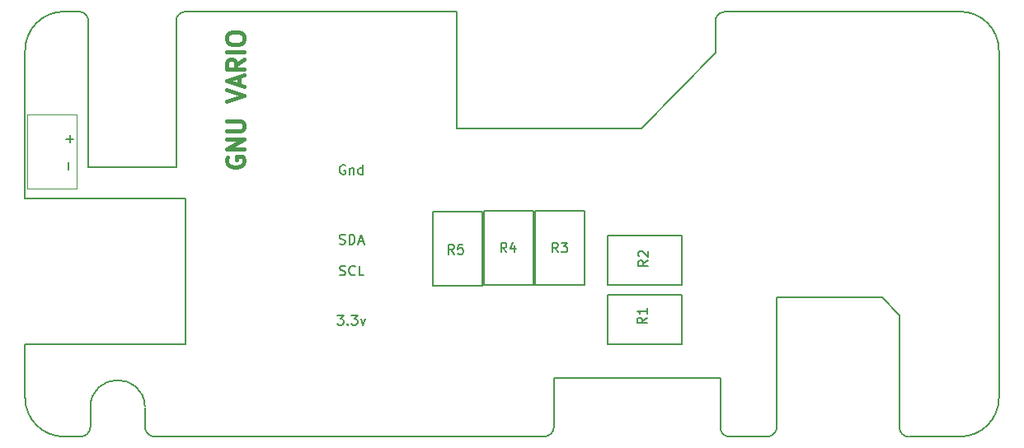
<source format=gto>
%TF.GenerationSoftware,KiCad,Pcbnew,(5.0.0)*%
%TF.CreationDate,2019-07-02T00:18:45+02:00*%
%TF.ProjectId,Gnu vario V1.9,476E7520766172696F2056312E392E6B,V 1.4*%
%TF.SameCoordinates,Original*%
%TF.FileFunction,Legend,Top*%
%TF.FilePolarity,Positive*%
%FSLAX46Y46*%
G04 Gerber Fmt 4.6, Leading zero omitted, Abs format (unit mm)*
G04 Created by KiCad (PCBNEW (5.0.0)) date 07/02/19 00:18:45*
%MOMM*%
%LPD*%
G01*
G04 APERTURE LIST*
%ADD10C,0.150000*%
%ADD11C,0.450000*%
%ADD12C,0.100000*%
G04 APERTURE END LIST*
D10*
X162700000Y-95300000D02*
X173500000Y-95300000D01*
X162700000Y-108600000D02*
G75*
G02X161700000Y-109600000I-1000000J0D01*
G01*
X176200000Y-109600000D02*
G75*
G02X175300000Y-108700000I0J900000D01*
G01*
X175300000Y-97100000D02*
X175300000Y-108800000D01*
X173500000Y-95300000D02*
X175300000Y-97100000D01*
X162700000Y-95300000D02*
X162700000Y-108600000D01*
X157800000Y-109600000D02*
G75*
G02X156900000Y-108700000I0J900000D01*
G01*
X85500000Y-69900000D02*
X85500000Y-85100000D01*
X102000000Y-100100000D02*
X85500000Y-100100000D01*
X102000000Y-85100000D02*
X102000000Y-100100000D01*
X101000000Y-85100000D02*
X102000000Y-85100000D01*
X101000000Y-85100000D02*
X85500000Y-85100000D01*
X148800000Y-77900000D02*
X156400000Y-70100000D01*
X129800000Y-77900000D02*
X148800000Y-77900000D01*
X129800000Y-65900000D02*
X129800000Y-77900000D01*
X157800000Y-109600000D02*
X161700000Y-109600000D01*
X175700000Y-65900000D02*
X162400000Y-65900000D01*
X162400000Y-65900000D02*
X157400000Y-65900000D01*
X156402857Y-66600886D02*
G75*
G02X157400000Y-65900000I952331J-295115D01*
G01*
X156400000Y-66600000D02*
X156400000Y-70100000D01*
X98800000Y-109600000D02*
G75*
G02X97800000Y-108600000I0J1000000D01*
G01*
X92198215Y-108600000D02*
G75*
G02X91198215Y-109600000I-1000000J0D01*
G01*
X92198215Y-106600000D02*
G75*
G02X97800000Y-106500000I2801785J0D01*
G01*
X97800000Y-108600000D02*
X97800000Y-106600000D01*
X92198215Y-108600000D02*
X92198215Y-106600000D01*
X139800000Y-108600000D02*
G75*
G02X138800000Y-109600000I-1000000J0D01*
G01*
X101000000Y-66900000D02*
G75*
G02X102000000Y-65900000I1000000J0D01*
G01*
X91000000Y-65900000D02*
G75*
G02X92000000Y-66900000I0J-1000000D01*
G01*
X85500000Y-69900000D02*
G75*
G02X89500000Y-65900000I4000000J0D01*
G01*
X89500000Y-109600000D02*
G75*
G02X85500000Y-105600000I0J4000000D01*
G01*
X185500000Y-105600000D02*
G75*
G02X181500000Y-109600000I-4000000J0D01*
G01*
X181500000Y-65900000D02*
G75*
G02X185500000Y-69900000I0J-4000000D01*
G01*
X156900000Y-103600000D02*
X139800000Y-103600000D01*
X139800000Y-103600000D02*
X139800000Y-108600000D01*
X156900000Y-108700000D02*
X156900000Y-103600000D01*
X138800000Y-109600000D02*
X98800000Y-109600000D01*
X181500000Y-109600000D02*
X176300000Y-109600000D01*
X185500000Y-69900000D02*
X185500000Y-105600000D01*
X175700000Y-65900000D02*
X181500000Y-65900000D01*
X102000000Y-65900000D02*
X129800000Y-65900000D01*
X101000000Y-81900000D02*
X101000000Y-66900000D01*
X92000000Y-81900000D02*
X101000000Y-81900000D01*
X92000000Y-66900000D02*
X92000000Y-81900000D01*
X89500000Y-65900000D02*
X91000000Y-65900000D01*
X85500000Y-105600000D02*
X85500000Y-100100000D01*
X91200000Y-109600000D02*
X89500000Y-109600000D01*
D11*
X106300000Y-80904285D02*
X106214285Y-81075714D01*
X106214285Y-81332857D01*
X106300000Y-81590000D01*
X106471428Y-81761428D01*
X106642857Y-81847142D01*
X106985714Y-81932857D01*
X107242857Y-81932857D01*
X107585714Y-81847142D01*
X107757142Y-81761428D01*
X107928571Y-81590000D01*
X108014285Y-81332857D01*
X108014285Y-81161428D01*
X107928571Y-80904285D01*
X107842857Y-80818571D01*
X107242857Y-80818571D01*
X107242857Y-81161428D01*
X108014285Y-80047142D02*
X106214285Y-80047142D01*
X108014285Y-79018571D01*
X106214285Y-79018571D01*
X106214285Y-78161428D02*
X107671428Y-78161428D01*
X107842857Y-78075714D01*
X107928571Y-77990000D01*
X108014285Y-77818571D01*
X108014285Y-77475714D01*
X107928571Y-77304285D01*
X107842857Y-77218571D01*
X107671428Y-77132857D01*
X106214285Y-77132857D01*
X106214285Y-75161428D02*
X108014285Y-74561428D01*
X106214285Y-73961428D01*
X107500000Y-73447142D02*
X107500000Y-72590000D01*
X108014285Y-73618571D02*
X106214285Y-73018571D01*
X108014285Y-72418571D01*
X108014285Y-70790000D02*
X107157142Y-71390000D01*
X108014285Y-71818571D02*
X106214285Y-71818571D01*
X106214285Y-71132857D01*
X106300000Y-70961428D01*
X106385714Y-70875714D01*
X106557142Y-70790000D01*
X106814285Y-70790000D01*
X106985714Y-70875714D01*
X107071428Y-70961428D01*
X107157142Y-71132857D01*
X107157142Y-71818571D01*
X108014285Y-70018571D02*
X106214285Y-70018571D01*
X106214285Y-68818571D02*
X106214285Y-68475714D01*
X106300000Y-68304285D01*
X106471428Y-68132857D01*
X106814285Y-68047142D01*
X107414285Y-68047142D01*
X107757142Y-68132857D01*
X107928571Y-68304285D01*
X108014285Y-68475714D01*
X108014285Y-68818571D01*
X107928571Y-68990000D01*
X107757142Y-69161428D01*
X107414285Y-69247142D01*
X106814285Y-69247142D01*
X106471428Y-69161428D01*
X106300000Y-68990000D01*
X106214285Y-68818571D01*
D12*
X90800000Y-84120000D02*
X90800000Y-76500000D01*
X85720000Y-84120000D02*
X90800000Y-84120000D01*
X85720000Y-76500000D02*
X85720000Y-84120000D01*
X90800000Y-76500000D02*
X85720000Y-76500000D01*
D10*
X145330000Y-95030000D02*
X152950000Y-95030000D01*
X145330000Y-100110000D02*
X145330000Y-95030000D01*
X152950000Y-100110000D02*
X145330000Y-100110000D01*
X152950000Y-95030000D02*
X152950000Y-100110000D01*
X145330000Y-88970000D02*
X152950000Y-88970000D01*
X145330000Y-94050000D02*
X145330000Y-88970000D01*
X152950000Y-94050000D02*
X145330000Y-94050000D01*
X152950000Y-88970000D02*
X152950000Y-94050000D01*
X142930000Y-86420000D02*
X142930000Y-94040000D01*
X137850000Y-86420000D02*
X142930000Y-86420000D01*
X137850000Y-94040000D02*
X137850000Y-86420000D01*
X142930000Y-94040000D02*
X137850000Y-94040000D01*
X137670000Y-86420000D02*
X137670000Y-94040000D01*
X132590000Y-86420000D02*
X137670000Y-86420000D01*
X132590000Y-94040000D02*
X132590000Y-86420000D01*
X137670000Y-94040000D02*
X132590000Y-94040000D01*
X132430000Y-86450000D02*
X132430000Y-94070000D01*
X127350000Y-86450000D02*
X132430000Y-86450000D01*
X127350000Y-94070000D02*
X127350000Y-86450000D01*
X132430000Y-94070000D02*
X127350000Y-94070000D01*
X89981428Y-82130952D02*
X89981428Y-81369047D01*
X90081428Y-79380952D02*
X90081428Y-78619047D01*
X90462380Y-79000000D02*
X89700476Y-79000000D01*
X149352380Y-97366666D02*
X148876190Y-97700000D01*
X149352380Y-97938095D02*
X148352380Y-97938095D01*
X148352380Y-97557142D01*
X148400000Y-97461904D01*
X148447619Y-97414285D01*
X148542857Y-97366666D01*
X148685714Y-97366666D01*
X148780952Y-97414285D01*
X148828571Y-97461904D01*
X148876190Y-97557142D01*
X148876190Y-97938095D01*
X149352380Y-96414285D02*
X149352380Y-96985714D01*
X149352380Y-96700000D02*
X148352380Y-96700000D01*
X148495238Y-96795238D01*
X148590476Y-96890476D01*
X148638095Y-96985714D01*
X149452380Y-91466666D02*
X148976190Y-91800000D01*
X149452380Y-92038095D02*
X148452380Y-92038095D01*
X148452380Y-91657142D01*
X148500000Y-91561904D01*
X148547619Y-91514285D01*
X148642857Y-91466666D01*
X148785714Y-91466666D01*
X148880952Y-91514285D01*
X148928571Y-91561904D01*
X148976190Y-91657142D01*
X148976190Y-92038095D01*
X148547619Y-91085714D02*
X148500000Y-91038095D01*
X148452380Y-90942857D01*
X148452380Y-90704761D01*
X148500000Y-90609523D01*
X148547619Y-90561904D01*
X148642857Y-90514285D01*
X148738095Y-90514285D01*
X148880952Y-90561904D01*
X149452380Y-91133333D01*
X149452380Y-90514285D01*
X140233333Y-90652380D02*
X139900000Y-90176190D01*
X139661904Y-90652380D02*
X139661904Y-89652380D01*
X140042857Y-89652380D01*
X140138095Y-89700000D01*
X140185714Y-89747619D01*
X140233333Y-89842857D01*
X140233333Y-89985714D01*
X140185714Y-90080952D01*
X140138095Y-90128571D01*
X140042857Y-90176190D01*
X139661904Y-90176190D01*
X140566666Y-89652380D02*
X141185714Y-89652380D01*
X140852380Y-90033333D01*
X140995238Y-90033333D01*
X141090476Y-90080952D01*
X141138095Y-90128571D01*
X141185714Y-90223809D01*
X141185714Y-90461904D01*
X141138095Y-90557142D01*
X141090476Y-90604761D01*
X140995238Y-90652380D01*
X140709523Y-90652380D01*
X140614285Y-90604761D01*
X140566666Y-90557142D01*
X134933333Y-90652380D02*
X134600000Y-90176190D01*
X134361904Y-90652380D02*
X134361904Y-89652380D01*
X134742857Y-89652380D01*
X134838095Y-89700000D01*
X134885714Y-89747619D01*
X134933333Y-89842857D01*
X134933333Y-89985714D01*
X134885714Y-90080952D01*
X134838095Y-90128571D01*
X134742857Y-90176190D01*
X134361904Y-90176190D01*
X135790476Y-89985714D02*
X135790476Y-90652380D01*
X135552380Y-89604761D02*
X135314285Y-90319047D01*
X135933333Y-90319047D01*
X118357142Y-81700000D02*
X118261904Y-81652380D01*
X118119047Y-81652380D01*
X117976190Y-81700000D01*
X117880952Y-81795238D01*
X117833333Y-81890476D01*
X117785714Y-82080952D01*
X117785714Y-82223809D01*
X117833333Y-82414285D01*
X117880952Y-82509523D01*
X117976190Y-82604761D01*
X118119047Y-82652380D01*
X118214285Y-82652380D01*
X118357142Y-82604761D01*
X118404761Y-82557142D01*
X118404761Y-82223809D01*
X118214285Y-82223809D01*
X118833333Y-81985714D02*
X118833333Y-82652380D01*
X118833333Y-82080952D02*
X118880952Y-82033333D01*
X118976190Y-81985714D01*
X119119047Y-81985714D01*
X119214285Y-82033333D01*
X119261904Y-82128571D01*
X119261904Y-82652380D01*
X120166666Y-82652380D02*
X120166666Y-81652380D01*
X120166666Y-82604761D02*
X120071428Y-82652380D01*
X119880952Y-82652380D01*
X119785714Y-82604761D01*
X119738095Y-82557142D01*
X119690476Y-82461904D01*
X119690476Y-82176190D01*
X119738095Y-82080952D01*
X119785714Y-82033333D01*
X119880952Y-81985714D01*
X120071428Y-81985714D01*
X120166666Y-82033333D01*
X117795714Y-89774761D02*
X117938571Y-89822380D01*
X118176666Y-89822380D01*
X118271904Y-89774761D01*
X118319523Y-89727142D01*
X118367142Y-89631904D01*
X118367142Y-89536666D01*
X118319523Y-89441428D01*
X118271904Y-89393809D01*
X118176666Y-89346190D01*
X117986190Y-89298571D01*
X117890952Y-89250952D01*
X117843333Y-89203333D01*
X117795714Y-89108095D01*
X117795714Y-89012857D01*
X117843333Y-88917619D01*
X117890952Y-88870000D01*
X117986190Y-88822380D01*
X118224285Y-88822380D01*
X118367142Y-88870000D01*
X118795714Y-89822380D02*
X118795714Y-88822380D01*
X119033809Y-88822380D01*
X119176666Y-88870000D01*
X119271904Y-88965238D01*
X119319523Y-89060476D01*
X119367142Y-89250952D01*
X119367142Y-89393809D01*
X119319523Y-89584285D01*
X119271904Y-89679523D01*
X119176666Y-89774761D01*
X119033809Y-89822380D01*
X118795714Y-89822380D01*
X119748095Y-89536666D02*
X120224285Y-89536666D01*
X119652857Y-89822380D02*
X119986190Y-88822380D01*
X120319523Y-89822380D01*
X117819523Y-92974761D02*
X117962380Y-93022380D01*
X118200476Y-93022380D01*
X118295714Y-92974761D01*
X118343333Y-92927142D01*
X118390952Y-92831904D01*
X118390952Y-92736666D01*
X118343333Y-92641428D01*
X118295714Y-92593809D01*
X118200476Y-92546190D01*
X118010000Y-92498571D01*
X117914761Y-92450952D01*
X117867142Y-92403333D01*
X117819523Y-92308095D01*
X117819523Y-92212857D01*
X117867142Y-92117619D01*
X117914761Y-92070000D01*
X118010000Y-92022380D01*
X118248095Y-92022380D01*
X118390952Y-92070000D01*
X119390952Y-92927142D02*
X119343333Y-92974761D01*
X119200476Y-93022380D01*
X119105238Y-93022380D01*
X118962380Y-92974761D01*
X118867142Y-92879523D01*
X118819523Y-92784285D01*
X118771904Y-92593809D01*
X118771904Y-92450952D01*
X118819523Y-92260476D01*
X118867142Y-92165238D01*
X118962380Y-92070000D01*
X119105238Y-92022380D01*
X119200476Y-92022380D01*
X119343333Y-92070000D01*
X119390952Y-92117619D01*
X120295714Y-93022380D02*
X119819523Y-93022380D01*
X119819523Y-92022380D01*
X117581428Y-97122380D02*
X118200476Y-97122380D01*
X117867142Y-97503333D01*
X118010000Y-97503333D01*
X118105238Y-97550952D01*
X118152857Y-97598571D01*
X118200476Y-97693809D01*
X118200476Y-97931904D01*
X118152857Y-98027142D01*
X118105238Y-98074761D01*
X118010000Y-98122380D01*
X117724285Y-98122380D01*
X117629047Y-98074761D01*
X117581428Y-98027142D01*
X118629047Y-98027142D02*
X118676666Y-98074761D01*
X118629047Y-98122380D01*
X118581428Y-98074761D01*
X118629047Y-98027142D01*
X118629047Y-98122380D01*
X119010000Y-97122380D02*
X119629047Y-97122380D01*
X119295714Y-97503333D01*
X119438571Y-97503333D01*
X119533809Y-97550952D01*
X119581428Y-97598571D01*
X119629047Y-97693809D01*
X119629047Y-97931904D01*
X119581428Y-98027142D01*
X119533809Y-98074761D01*
X119438571Y-98122380D01*
X119152857Y-98122380D01*
X119057619Y-98074761D01*
X119010000Y-98027142D01*
X119962380Y-97455714D02*
X120200476Y-98122380D01*
X120438571Y-97455714D01*
X129533333Y-90852380D02*
X129200000Y-90376190D01*
X128961904Y-90852380D02*
X128961904Y-89852380D01*
X129342857Y-89852380D01*
X129438095Y-89900000D01*
X129485714Y-89947619D01*
X129533333Y-90042857D01*
X129533333Y-90185714D01*
X129485714Y-90280952D01*
X129438095Y-90328571D01*
X129342857Y-90376190D01*
X128961904Y-90376190D01*
X130438095Y-89852380D02*
X129961904Y-89852380D01*
X129914285Y-90328571D01*
X129961904Y-90280952D01*
X130057142Y-90233333D01*
X130295238Y-90233333D01*
X130390476Y-90280952D01*
X130438095Y-90328571D01*
X130485714Y-90423809D01*
X130485714Y-90661904D01*
X130438095Y-90757142D01*
X130390476Y-90804761D01*
X130295238Y-90852380D01*
X130057142Y-90852380D01*
X129961904Y-90804761D01*
X129914285Y-90757142D01*
M02*

</source>
